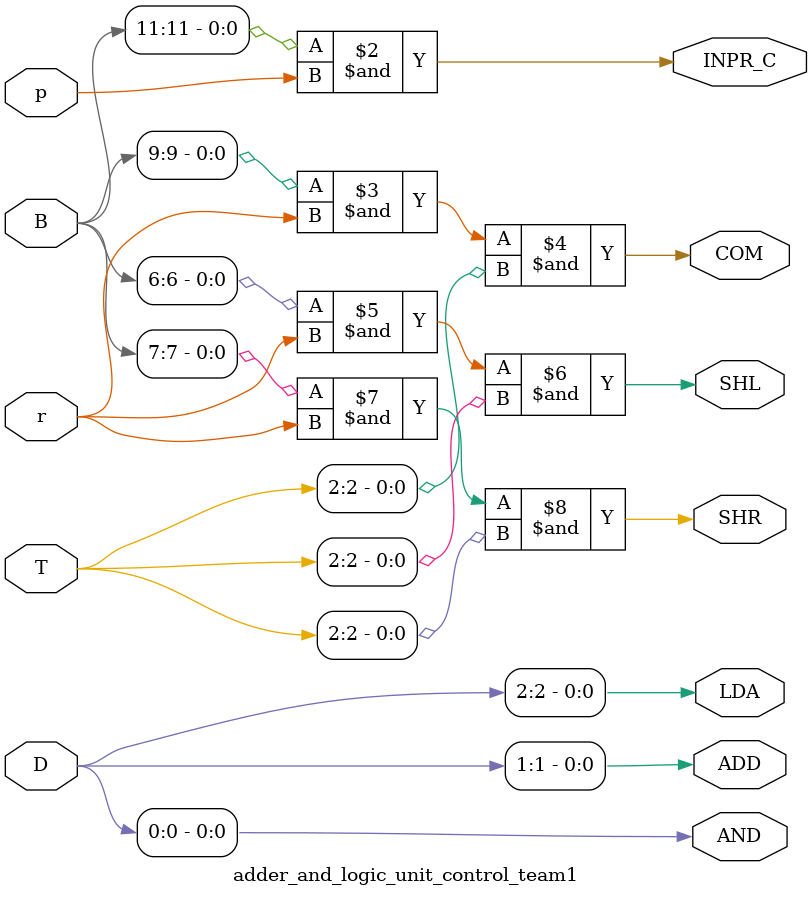
<source format=v>
module adder_and_logic_unit_team1 ( 
    input [15:0] out_AC,
    input [15:0] out_DR, 
    input [7:0] INPR,
    input AND, ADD, LDA , COM, SHL, SHR, INPR_C,
    output reg [15:0] out_logic,
    output reg in_E,
    input clk , 
    output reg FGI
    
);
initial begin FGI = 1 ; end 
always @(*) begin
    case (1'b1)
        AND: begin
            out_logic = out_AC & out_DR;
            in_E = 0;
        end
        ADD: begin
            {in_E, out_logic} = out_AC + out_DR;
        end
        LDA: begin
            out_logic = out_DR;
            in_E = 0;
        end
        INPR_C: begin
            out_logic = {8'b0, INPR};
            in_E = 0;
	    FGI = 0 ;
        end
        COM: begin
            out_logic = ~out_AC;
            in_E = 0;
        end
        SHR: begin
            out_logic = out_AC >> 1;
            in_E = out_AC[0];
        end
        SHL: begin
            out_logic = out_AC << 1;
            in_E = out_AC[15];
        end
        default: begin
            out_logic = 16'b0;
            in_E = 0;
        end
    endcase
end

endmodule






module adder_and_logic_unit_control_team1 (
    input [7:0] D,
    input [15:0] T, 
    input [11:0] B,
    input p, 
    input r,
    output reg AND, ADD, LDA , COM, SHL, SHR, INPR_C
);

always@(*) begin 
     AND = D[0];  
     ADD =  D[1];
     LDA =   D[2];
     INPR_C = B[11] & p;
     COM = B[9] & r & T[2];
     SHL = B[6] & r & T[2];
     SHR = B[7] & r & T[2];
	
end
endmodule








</source>
